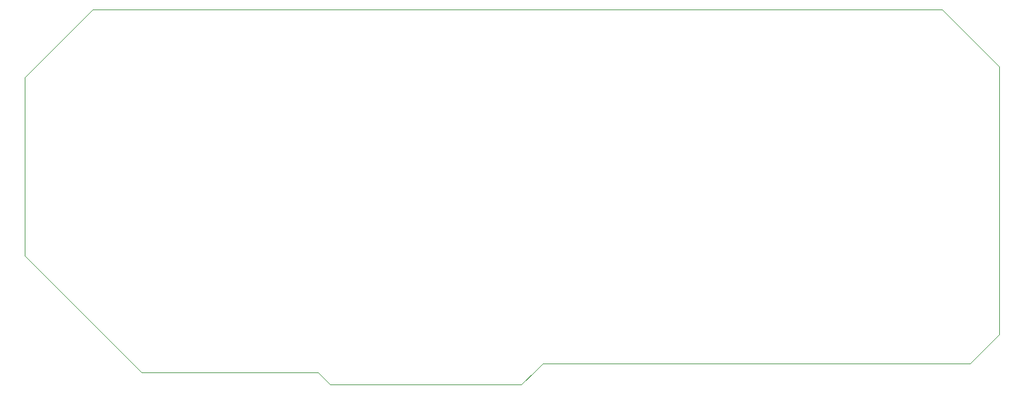
<source format=gbr>
%TF.GenerationSoftware,KiCad,Pcbnew,8.0.3*%
%TF.CreationDate,2024-07-01T12:15:54-06:00*%
%TF.ProjectId,VoiceBoardR3,566f6963-6542-46f6-9172-6452332e6b69,rev?*%
%TF.SameCoordinates,Original*%
%TF.FileFunction,Profile,NP*%
%FSLAX46Y46*%
G04 Gerber Fmt 4.6, Leading zero omitted, Abs format (unit mm)*
G04 Created by KiCad (PCBNEW 8.0.3) date 2024-07-01 12:15:54*
%MOMM*%
%LPD*%
G01*
G04 APERTURE LIST*
%TA.AperFunction,Profile*%
%ADD10C,0.100000*%
%TD*%
G04 APERTURE END LIST*
D10*
X129962500Y-7512500D02*
X129962500Y-43281600D01*
X126046077Y-47210829D01*
X69091476Y-47154449D01*
X68159215Y-48070595D01*
X66212500Y-49937500D01*
X40687500Y-49937500D01*
X39109100Y-48359100D01*
X15534100Y-48359100D01*
X-12500Y-32812500D01*
X-12500Y-8995100D01*
X9070100Y87500D01*
X122362500Y87500D01*
X129962500Y-7512500D01*
M02*

</source>
